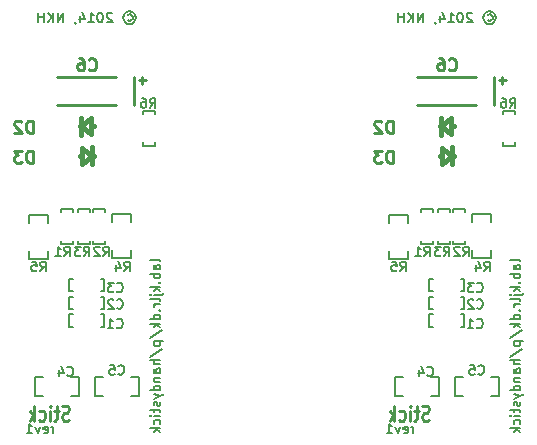
<source format=gbo>
%FSLAX46Y46*%
G04 Gerber Fmt 4.6, Leading zero omitted, Abs format (unit mm)*
G04 Created by KiCad (PCBNEW (2014-08-08 BZR 5060)-product) date tir 19 aug 2014 17:24:29 CEST*
%MOMM*%
G01*
G04 APERTURE LIST*
%ADD10C,0.150000*%
%ADD11C,0.254000*%
%ADD12C,0.203200*%
%ADD13C,0.381000*%
G04 APERTURE END LIST*
D10*
D11*
X63899142Y-67443048D02*
X63753999Y-67503524D01*
X63512095Y-67503524D01*
X63415333Y-67443048D01*
X63366952Y-67382571D01*
X63318571Y-67261619D01*
X63318571Y-67140667D01*
X63366952Y-67019714D01*
X63415333Y-66959238D01*
X63512095Y-66898762D01*
X63705618Y-66838286D01*
X63802380Y-66777810D01*
X63850761Y-66717333D01*
X63899142Y-66596381D01*
X63899142Y-66475429D01*
X63850761Y-66354476D01*
X63802380Y-66294000D01*
X63705618Y-66233524D01*
X63463714Y-66233524D01*
X63318571Y-66294000D01*
X63028285Y-66656857D02*
X62641237Y-66656857D01*
X62883142Y-66233524D02*
X62883142Y-67322095D01*
X62834761Y-67443048D01*
X62737999Y-67503524D01*
X62641237Y-67503524D01*
X62302571Y-67503524D02*
X62302571Y-66656857D01*
X62302571Y-66233524D02*
X62350952Y-66294000D01*
X62302571Y-66354476D01*
X62254190Y-66294000D01*
X62302571Y-66233524D01*
X62302571Y-66354476D01*
X61383333Y-67443048D02*
X61480095Y-67503524D01*
X61673618Y-67503524D01*
X61770380Y-67443048D01*
X61818761Y-67382571D01*
X61867142Y-67261619D01*
X61867142Y-66898762D01*
X61818761Y-66777810D01*
X61770380Y-66717333D01*
X61673618Y-66656857D01*
X61480095Y-66656857D01*
X61383333Y-66717333D01*
X60947904Y-67503524D02*
X60947904Y-66233524D01*
X60851142Y-67019714D02*
X60560857Y-67503524D01*
X60560857Y-66656857D02*
X60947904Y-67140667D01*
D12*
X62571085Y-68566695D02*
X62571085Y-68024829D01*
X62571085Y-68179648D02*
X62532380Y-68102238D01*
X62493676Y-68063533D01*
X62416266Y-68024829D01*
X62338857Y-68024829D01*
X61758285Y-68527990D02*
X61835695Y-68566695D01*
X61990514Y-68566695D01*
X62067923Y-68527990D01*
X62106628Y-68450581D01*
X62106628Y-68140943D01*
X62067923Y-68063533D01*
X61990514Y-68024829D01*
X61835695Y-68024829D01*
X61758285Y-68063533D01*
X61719580Y-68140943D01*
X61719580Y-68218352D01*
X62106628Y-68295762D01*
X61448647Y-68024829D02*
X61255123Y-68566695D01*
X61061599Y-68024829D01*
X60326209Y-68566695D02*
X60790666Y-68566695D01*
X60558437Y-68566695D02*
X60558437Y-67753895D01*
X60635847Y-67870010D01*
X60713256Y-67947419D01*
X60790666Y-67986124D01*
X71614695Y-54030638D02*
X71575990Y-53953229D01*
X71498581Y-53914524D01*
X70801895Y-53914524D01*
X71614695Y-54688619D02*
X71188943Y-54688619D01*
X71111533Y-54649914D01*
X71072829Y-54572504D01*
X71072829Y-54417685D01*
X71111533Y-54340276D01*
X71575990Y-54688619D02*
X71614695Y-54611209D01*
X71614695Y-54417685D01*
X71575990Y-54340276D01*
X71498581Y-54301571D01*
X71421171Y-54301571D01*
X71343762Y-54340276D01*
X71305057Y-54417685D01*
X71305057Y-54611209D01*
X71266352Y-54688619D01*
X71614695Y-55075666D02*
X70801895Y-55075666D01*
X71111533Y-55075666D02*
X71072829Y-55153075D01*
X71072829Y-55307894D01*
X71111533Y-55385304D01*
X71150238Y-55424009D01*
X71227648Y-55462713D01*
X71459876Y-55462713D01*
X71537286Y-55424009D01*
X71575990Y-55385304D01*
X71614695Y-55307894D01*
X71614695Y-55153075D01*
X71575990Y-55075666D01*
X71537286Y-55811056D02*
X71575990Y-55849761D01*
X71614695Y-55811056D01*
X71575990Y-55772351D01*
X71537286Y-55811056D01*
X71614695Y-55811056D01*
X71614695Y-56198104D02*
X70801895Y-56198104D01*
X71305057Y-56275513D02*
X71614695Y-56507742D01*
X71072829Y-56507742D02*
X71382467Y-56198104D01*
X71072829Y-56856085D02*
X71769514Y-56856085D01*
X71846924Y-56817380D01*
X71885629Y-56739971D01*
X71885629Y-56701266D01*
X70801895Y-56856085D02*
X70840600Y-56817380D01*
X70879305Y-56856085D01*
X70840600Y-56894790D01*
X70801895Y-56856085D01*
X70879305Y-56856085D01*
X71614695Y-57359247D02*
X71575990Y-57281838D01*
X71498581Y-57243133D01*
X70801895Y-57243133D01*
X71614695Y-57668885D02*
X71072829Y-57668885D01*
X71227648Y-57668885D02*
X71150238Y-57707590D01*
X71111533Y-57746294D01*
X71072829Y-57823704D01*
X71072829Y-57901113D01*
X71537286Y-58172047D02*
X71575990Y-58210752D01*
X71614695Y-58172047D01*
X71575990Y-58133342D01*
X71537286Y-58172047D01*
X71614695Y-58172047D01*
X71614695Y-58907438D02*
X70801895Y-58907438D01*
X71575990Y-58907438D02*
X71614695Y-58830028D01*
X71614695Y-58675209D01*
X71575990Y-58597800D01*
X71537286Y-58559095D01*
X71459876Y-58520390D01*
X71227648Y-58520390D01*
X71150238Y-58559095D01*
X71111533Y-58597800D01*
X71072829Y-58675209D01*
X71072829Y-58830028D01*
X71111533Y-58907438D01*
X71614695Y-59294485D02*
X70801895Y-59294485D01*
X71305057Y-59371894D02*
X71614695Y-59604123D01*
X71072829Y-59604123D02*
X71382467Y-59294485D01*
X70763190Y-60533037D02*
X71808219Y-59836352D01*
X71072829Y-60803971D02*
X71885629Y-60803971D01*
X71111533Y-60803971D02*
X71072829Y-60881380D01*
X71072829Y-61036199D01*
X71111533Y-61113609D01*
X71150238Y-61152314D01*
X71227648Y-61191018D01*
X71459876Y-61191018D01*
X71537286Y-61152314D01*
X71575990Y-61113609D01*
X71614695Y-61036199D01*
X71614695Y-60881380D01*
X71575990Y-60803971D01*
X70763190Y-62119932D02*
X71808219Y-61423247D01*
X71614695Y-62390866D02*
X70801895Y-62390866D01*
X71614695Y-62739209D02*
X71188943Y-62739209D01*
X71111533Y-62700504D01*
X71072829Y-62623094D01*
X71072829Y-62506980D01*
X71111533Y-62429571D01*
X71150238Y-62390866D01*
X71614695Y-63474599D02*
X71188943Y-63474599D01*
X71111533Y-63435894D01*
X71072829Y-63358484D01*
X71072829Y-63203665D01*
X71111533Y-63126256D01*
X71575990Y-63474599D02*
X71614695Y-63397189D01*
X71614695Y-63203665D01*
X71575990Y-63126256D01*
X71498581Y-63087551D01*
X71421171Y-63087551D01*
X71343762Y-63126256D01*
X71305057Y-63203665D01*
X71305057Y-63397189D01*
X71266352Y-63474599D01*
X71072829Y-63861646D02*
X71614695Y-63861646D01*
X71150238Y-63861646D02*
X71111533Y-63900351D01*
X71072829Y-63977760D01*
X71072829Y-64093874D01*
X71111533Y-64171284D01*
X71188943Y-64209989D01*
X71614695Y-64209989D01*
X71614695Y-64945379D02*
X70801895Y-64945379D01*
X71575990Y-64945379D02*
X71614695Y-64867969D01*
X71614695Y-64713150D01*
X71575990Y-64635741D01*
X71537286Y-64597036D01*
X71459876Y-64558331D01*
X71227648Y-64558331D01*
X71150238Y-64597036D01*
X71111533Y-64635741D01*
X71072829Y-64713150D01*
X71072829Y-64867969D01*
X71111533Y-64945379D01*
X71072829Y-65255016D02*
X71614695Y-65448540D01*
X71072829Y-65642064D02*
X71614695Y-65448540D01*
X71808219Y-65371131D01*
X71846924Y-65332426D01*
X71885629Y-65255016D01*
X71575990Y-65912997D02*
X71614695Y-65990407D01*
X71614695Y-66145226D01*
X71575990Y-66222635D01*
X71498581Y-66261340D01*
X71459876Y-66261340D01*
X71382467Y-66222635D01*
X71343762Y-66145226D01*
X71343762Y-66029111D01*
X71305057Y-65951702D01*
X71227648Y-65912997D01*
X71188943Y-65912997D01*
X71111533Y-65951702D01*
X71072829Y-66029111D01*
X71072829Y-66145226D01*
X71111533Y-66222635D01*
X71072829Y-66493569D02*
X71072829Y-66803207D01*
X70801895Y-66609683D02*
X71498581Y-66609683D01*
X71575990Y-66648388D01*
X71614695Y-66725797D01*
X71614695Y-66803207D01*
X71614695Y-67074140D02*
X71072829Y-67074140D01*
X70801895Y-67074140D02*
X70840600Y-67035435D01*
X70879305Y-67074140D01*
X70840600Y-67112845D01*
X70801895Y-67074140D01*
X70879305Y-67074140D01*
X71575990Y-67809531D02*
X71614695Y-67732121D01*
X71614695Y-67577302D01*
X71575990Y-67499893D01*
X71537286Y-67461188D01*
X71459876Y-67422483D01*
X71227648Y-67422483D01*
X71150238Y-67461188D01*
X71111533Y-67499893D01*
X71072829Y-67577302D01*
X71072829Y-67732121D01*
X71111533Y-67809531D01*
X71614695Y-68157874D02*
X70801895Y-68157874D01*
X71305057Y-68235283D02*
X71614695Y-68467512D01*
X71072829Y-68467512D02*
X71382467Y-68157874D01*
X68869075Y-33149419D02*
X68946485Y-33110714D01*
X69101304Y-33110714D01*
X69178713Y-33149419D01*
X69256123Y-33226829D01*
X69294828Y-33304238D01*
X69294828Y-33459057D01*
X69256123Y-33536467D01*
X69178713Y-33613876D01*
X69101304Y-33652581D01*
X68946485Y-33652581D01*
X68869075Y-33613876D01*
X69023894Y-32839781D02*
X69217418Y-32878486D01*
X69410942Y-32994600D01*
X69527056Y-33188124D01*
X69565761Y-33381648D01*
X69527056Y-33575171D01*
X69410942Y-33768695D01*
X69217418Y-33884810D01*
X69023894Y-33923514D01*
X68830370Y-33884810D01*
X68636847Y-33768695D01*
X68520732Y-33575171D01*
X68482028Y-33381648D01*
X68520732Y-33188124D01*
X68636847Y-32994600D01*
X68830370Y-32878486D01*
X69023894Y-32839781D01*
X67553114Y-33033305D02*
X67514409Y-32994600D01*
X67437000Y-32955895D01*
X67243476Y-32955895D01*
X67166066Y-32994600D01*
X67127362Y-33033305D01*
X67088657Y-33110714D01*
X67088657Y-33188124D01*
X67127362Y-33304238D01*
X67591819Y-33768695D01*
X67088657Y-33768695D01*
X66585495Y-32955895D02*
X66508086Y-32955895D01*
X66430676Y-32994600D01*
X66391971Y-33033305D01*
X66353267Y-33110714D01*
X66314562Y-33265533D01*
X66314562Y-33459057D01*
X66353267Y-33613876D01*
X66391971Y-33691286D01*
X66430676Y-33729990D01*
X66508086Y-33768695D01*
X66585495Y-33768695D01*
X66662905Y-33729990D01*
X66701609Y-33691286D01*
X66740314Y-33613876D01*
X66779019Y-33459057D01*
X66779019Y-33265533D01*
X66740314Y-33110714D01*
X66701609Y-33033305D01*
X66662905Y-32994600D01*
X66585495Y-32955895D01*
X65540467Y-33768695D02*
X66004924Y-33768695D01*
X65772695Y-33768695D02*
X65772695Y-32955895D01*
X65850105Y-33072010D01*
X65927514Y-33149419D01*
X66004924Y-33188124D01*
X64843781Y-33226829D02*
X64843781Y-33768695D01*
X65037305Y-32917190D02*
X65230829Y-33497762D01*
X64727667Y-33497762D01*
X64379324Y-33729990D02*
X64379324Y-33768695D01*
X64418029Y-33846105D01*
X64456734Y-33884810D01*
X63411705Y-33768695D02*
X63411705Y-32955895D01*
X62947248Y-33768695D01*
X62947248Y-32955895D01*
X62560200Y-33768695D02*
X62560200Y-32955895D01*
X62095743Y-33768695D02*
X62444086Y-33304238D01*
X62095743Y-32955895D02*
X62560200Y-33420352D01*
X61747400Y-33768695D02*
X61747400Y-32955895D01*
X61747400Y-33342943D02*
X61282943Y-33342943D01*
X61282943Y-33768695D02*
X61282943Y-32955895D01*
X38389075Y-33149419D02*
X38466485Y-33110714D01*
X38621304Y-33110714D01*
X38698713Y-33149419D01*
X38776123Y-33226829D01*
X38814828Y-33304238D01*
X38814828Y-33459057D01*
X38776123Y-33536467D01*
X38698713Y-33613876D01*
X38621304Y-33652581D01*
X38466485Y-33652581D01*
X38389075Y-33613876D01*
X38543894Y-32839781D02*
X38737418Y-32878486D01*
X38930942Y-32994600D01*
X39047056Y-33188124D01*
X39085761Y-33381648D01*
X39047056Y-33575171D01*
X38930942Y-33768695D01*
X38737418Y-33884810D01*
X38543894Y-33923514D01*
X38350370Y-33884810D01*
X38156847Y-33768695D01*
X38040732Y-33575171D01*
X38002028Y-33381648D01*
X38040732Y-33188124D01*
X38156847Y-32994600D01*
X38350370Y-32878486D01*
X38543894Y-32839781D01*
X37073114Y-33033305D02*
X37034409Y-32994600D01*
X36957000Y-32955895D01*
X36763476Y-32955895D01*
X36686066Y-32994600D01*
X36647362Y-33033305D01*
X36608657Y-33110714D01*
X36608657Y-33188124D01*
X36647362Y-33304238D01*
X37111819Y-33768695D01*
X36608657Y-33768695D01*
X36105495Y-32955895D02*
X36028086Y-32955895D01*
X35950676Y-32994600D01*
X35911971Y-33033305D01*
X35873267Y-33110714D01*
X35834562Y-33265533D01*
X35834562Y-33459057D01*
X35873267Y-33613876D01*
X35911971Y-33691286D01*
X35950676Y-33729990D01*
X36028086Y-33768695D01*
X36105495Y-33768695D01*
X36182905Y-33729990D01*
X36221609Y-33691286D01*
X36260314Y-33613876D01*
X36299019Y-33459057D01*
X36299019Y-33265533D01*
X36260314Y-33110714D01*
X36221609Y-33033305D01*
X36182905Y-32994600D01*
X36105495Y-32955895D01*
X35060467Y-33768695D02*
X35524924Y-33768695D01*
X35292695Y-33768695D02*
X35292695Y-32955895D01*
X35370105Y-33072010D01*
X35447514Y-33149419D01*
X35524924Y-33188124D01*
X34363781Y-33226829D02*
X34363781Y-33768695D01*
X34557305Y-32917190D02*
X34750829Y-33497762D01*
X34247667Y-33497762D01*
X33899324Y-33729990D02*
X33899324Y-33768695D01*
X33938029Y-33846105D01*
X33976734Y-33884810D01*
X32931705Y-33768695D02*
X32931705Y-32955895D01*
X32467248Y-33768695D01*
X32467248Y-32955895D01*
X32080200Y-33768695D02*
X32080200Y-32955895D01*
X31615743Y-33768695D02*
X31964086Y-33304238D01*
X31615743Y-32955895D02*
X32080200Y-33420352D01*
X31267400Y-33768695D02*
X31267400Y-32955895D01*
X31267400Y-33342943D02*
X30802943Y-33342943D01*
X30802943Y-33768695D02*
X30802943Y-32955895D01*
X41134695Y-54030638D02*
X41095990Y-53953229D01*
X41018581Y-53914524D01*
X40321895Y-53914524D01*
X41134695Y-54688619D02*
X40708943Y-54688619D01*
X40631533Y-54649914D01*
X40592829Y-54572504D01*
X40592829Y-54417685D01*
X40631533Y-54340276D01*
X41095990Y-54688619D02*
X41134695Y-54611209D01*
X41134695Y-54417685D01*
X41095990Y-54340276D01*
X41018581Y-54301571D01*
X40941171Y-54301571D01*
X40863762Y-54340276D01*
X40825057Y-54417685D01*
X40825057Y-54611209D01*
X40786352Y-54688619D01*
X41134695Y-55075666D02*
X40321895Y-55075666D01*
X40631533Y-55075666D02*
X40592829Y-55153075D01*
X40592829Y-55307894D01*
X40631533Y-55385304D01*
X40670238Y-55424009D01*
X40747648Y-55462713D01*
X40979876Y-55462713D01*
X41057286Y-55424009D01*
X41095990Y-55385304D01*
X41134695Y-55307894D01*
X41134695Y-55153075D01*
X41095990Y-55075666D01*
X41057286Y-55811056D02*
X41095990Y-55849761D01*
X41134695Y-55811056D01*
X41095990Y-55772351D01*
X41057286Y-55811056D01*
X41134695Y-55811056D01*
X41134695Y-56198104D02*
X40321895Y-56198104D01*
X40825057Y-56275513D02*
X41134695Y-56507742D01*
X40592829Y-56507742D02*
X40902467Y-56198104D01*
X40592829Y-56856085D02*
X41289514Y-56856085D01*
X41366924Y-56817380D01*
X41405629Y-56739971D01*
X41405629Y-56701266D01*
X40321895Y-56856085D02*
X40360600Y-56817380D01*
X40399305Y-56856085D01*
X40360600Y-56894790D01*
X40321895Y-56856085D01*
X40399305Y-56856085D01*
X41134695Y-57359247D02*
X41095990Y-57281838D01*
X41018581Y-57243133D01*
X40321895Y-57243133D01*
X41134695Y-57668885D02*
X40592829Y-57668885D01*
X40747648Y-57668885D02*
X40670238Y-57707590D01*
X40631533Y-57746294D01*
X40592829Y-57823704D01*
X40592829Y-57901113D01*
X41057286Y-58172047D02*
X41095990Y-58210752D01*
X41134695Y-58172047D01*
X41095990Y-58133342D01*
X41057286Y-58172047D01*
X41134695Y-58172047D01*
X41134695Y-58907438D02*
X40321895Y-58907438D01*
X41095990Y-58907438D02*
X41134695Y-58830028D01*
X41134695Y-58675209D01*
X41095990Y-58597800D01*
X41057286Y-58559095D01*
X40979876Y-58520390D01*
X40747648Y-58520390D01*
X40670238Y-58559095D01*
X40631533Y-58597800D01*
X40592829Y-58675209D01*
X40592829Y-58830028D01*
X40631533Y-58907438D01*
X41134695Y-59294485D02*
X40321895Y-59294485D01*
X40825057Y-59371894D02*
X41134695Y-59604123D01*
X40592829Y-59604123D02*
X40902467Y-59294485D01*
X40283190Y-60533037D02*
X41328219Y-59836352D01*
X40592829Y-60803971D02*
X41405629Y-60803971D01*
X40631533Y-60803971D02*
X40592829Y-60881380D01*
X40592829Y-61036199D01*
X40631533Y-61113609D01*
X40670238Y-61152314D01*
X40747648Y-61191018D01*
X40979876Y-61191018D01*
X41057286Y-61152314D01*
X41095990Y-61113609D01*
X41134695Y-61036199D01*
X41134695Y-60881380D01*
X41095990Y-60803971D01*
X40283190Y-62119932D02*
X41328219Y-61423247D01*
X41134695Y-62390866D02*
X40321895Y-62390866D01*
X41134695Y-62739209D02*
X40708943Y-62739209D01*
X40631533Y-62700504D01*
X40592829Y-62623094D01*
X40592829Y-62506980D01*
X40631533Y-62429571D01*
X40670238Y-62390866D01*
X41134695Y-63474599D02*
X40708943Y-63474599D01*
X40631533Y-63435894D01*
X40592829Y-63358484D01*
X40592829Y-63203665D01*
X40631533Y-63126256D01*
X41095990Y-63474599D02*
X41134695Y-63397189D01*
X41134695Y-63203665D01*
X41095990Y-63126256D01*
X41018581Y-63087551D01*
X40941171Y-63087551D01*
X40863762Y-63126256D01*
X40825057Y-63203665D01*
X40825057Y-63397189D01*
X40786352Y-63474599D01*
X40592829Y-63861646D02*
X41134695Y-63861646D01*
X40670238Y-63861646D02*
X40631533Y-63900351D01*
X40592829Y-63977760D01*
X40592829Y-64093874D01*
X40631533Y-64171284D01*
X40708943Y-64209989D01*
X41134695Y-64209989D01*
X41134695Y-64945379D02*
X40321895Y-64945379D01*
X41095990Y-64945379D02*
X41134695Y-64867969D01*
X41134695Y-64713150D01*
X41095990Y-64635741D01*
X41057286Y-64597036D01*
X40979876Y-64558331D01*
X40747648Y-64558331D01*
X40670238Y-64597036D01*
X40631533Y-64635741D01*
X40592829Y-64713150D01*
X40592829Y-64867969D01*
X40631533Y-64945379D01*
X40592829Y-65255016D02*
X41134695Y-65448540D01*
X40592829Y-65642064D02*
X41134695Y-65448540D01*
X41328219Y-65371131D01*
X41366924Y-65332426D01*
X41405629Y-65255016D01*
X41095990Y-65912997D02*
X41134695Y-65990407D01*
X41134695Y-66145226D01*
X41095990Y-66222635D01*
X41018581Y-66261340D01*
X40979876Y-66261340D01*
X40902467Y-66222635D01*
X40863762Y-66145226D01*
X40863762Y-66029111D01*
X40825057Y-65951702D01*
X40747648Y-65912997D01*
X40708943Y-65912997D01*
X40631533Y-65951702D01*
X40592829Y-66029111D01*
X40592829Y-66145226D01*
X40631533Y-66222635D01*
X40592829Y-66493569D02*
X40592829Y-66803207D01*
X40321895Y-66609683D02*
X41018581Y-66609683D01*
X41095990Y-66648388D01*
X41134695Y-66725797D01*
X41134695Y-66803207D01*
X41134695Y-67074140D02*
X40592829Y-67074140D01*
X40321895Y-67074140D02*
X40360600Y-67035435D01*
X40399305Y-67074140D01*
X40360600Y-67112845D01*
X40321895Y-67074140D01*
X40399305Y-67074140D01*
X41095990Y-67809531D02*
X41134695Y-67732121D01*
X41134695Y-67577302D01*
X41095990Y-67499893D01*
X41057286Y-67461188D01*
X40979876Y-67422483D01*
X40747648Y-67422483D01*
X40670238Y-67461188D01*
X40631533Y-67499893D01*
X40592829Y-67577302D01*
X40592829Y-67732121D01*
X40631533Y-67809531D01*
X41134695Y-68157874D02*
X40321895Y-68157874D01*
X40825057Y-68235283D02*
X41134695Y-68467512D01*
X40592829Y-68467512D02*
X40902467Y-68157874D01*
X32091085Y-68566695D02*
X32091085Y-68024829D01*
X32091085Y-68179648D02*
X32052380Y-68102238D01*
X32013676Y-68063533D01*
X31936266Y-68024829D01*
X31858857Y-68024829D01*
X31278285Y-68527990D02*
X31355695Y-68566695D01*
X31510514Y-68566695D01*
X31587923Y-68527990D01*
X31626628Y-68450581D01*
X31626628Y-68140943D01*
X31587923Y-68063533D01*
X31510514Y-68024829D01*
X31355695Y-68024829D01*
X31278285Y-68063533D01*
X31239580Y-68140943D01*
X31239580Y-68218352D01*
X31626628Y-68295762D01*
X30968647Y-68024829D02*
X30775123Y-68566695D01*
X30581599Y-68024829D01*
X29846209Y-68566695D02*
X30310666Y-68566695D01*
X30078437Y-68566695D02*
X30078437Y-67753895D01*
X30155847Y-67870010D01*
X30233256Y-67947419D01*
X30310666Y-67986124D01*
D11*
X33419142Y-67443048D02*
X33273999Y-67503524D01*
X33032095Y-67503524D01*
X32935333Y-67443048D01*
X32886952Y-67382571D01*
X32838571Y-67261619D01*
X32838571Y-67140667D01*
X32886952Y-67019714D01*
X32935333Y-66959238D01*
X33032095Y-66898762D01*
X33225618Y-66838286D01*
X33322380Y-66777810D01*
X33370761Y-66717333D01*
X33419142Y-66596381D01*
X33419142Y-66475429D01*
X33370761Y-66354476D01*
X33322380Y-66294000D01*
X33225618Y-66233524D01*
X32983714Y-66233524D01*
X32838571Y-66294000D01*
X32548285Y-66656857D02*
X32161237Y-66656857D01*
X32403142Y-66233524D02*
X32403142Y-67322095D01*
X32354761Y-67443048D01*
X32257999Y-67503524D01*
X32161237Y-67503524D01*
X31822571Y-67503524D02*
X31822571Y-66656857D01*
X31822571Y-66233524D02*
X31870952Y-66294000D01*
X31822571Y-66354476D01*
X31774190Y-66294000D01*
X31822571Y-66233524D01*
X31822571Y-66354476D01*
X30903333Y-67443048D02*
X31000095Y-67503524D01*
X31193618Y-67503524D01*
X31290380Y-67443048D01*
X31338761Y-67382571D01*
X31387142Y-67261619D01*
X31387142Y-66898762D01*
X31338761Y-66777810D01*
X31290380Y-66717333D01*
X31193618Y-66656857D01*
X31000095Y-66656857D01*
X30903333Y-66717333D01*
X30467904Y-67503524D02*
X30467904Y-66233524D01*
X30371142Y-67019714D02*
X30080857Y-67503524D01*
X30080857Y-66656857D02*
X30467904Y-67140667D01*
D12*
X69145000Y-63843000D02*
X69795000Y-63843000D01*
X69795000Y-63843000D02*
X69795000Y-65443000D01*
X69795000Y-65443000D02*
X69145000Y-65443000D01*
X66745000Y-65443000D02*
X66095000Y-65443000D01*
X66095000Y-65443000D02*
X66095000Y-63843000D01*
X66095000Y-63843000D02*
X66745000Y-63843000D01*
X61665000Y-65443000D02*
X61015000Y-65443000D01*
X61015000Y-65443000D02*
X61015000Y-63843000D01*
X61015000Y-63843000D02*
X61665000Y-63843000D01*
X64065000Y-63843000D02*
X64715000Y-63843000D01*
X64715000Y-63843000D02*
X64715000Y-65443000D01*
X64715000Y-65443000D02*
X64065000Y-65443000D01*
X62141000Y-53143000D02*
X62141000Y-53793000D01*
X62141000Y-53793000D02*
X60541000Y-53793000D01*
X60541000Y-53793000D02*
X60541000Y-53143000D01*
X60541000Y-50743000D02*
X60541000Y-50093000D01*
X60541000Y-50093000D02*
X62141000Y-50093000D01*
X62141000Y-50093000D02*
X62141000Y-50743000D01*
X69176800Y-53066800D02*
X69176800Y-53716800D01*
X69176800Y-53716800D02*
X67576800Y-53716800D01*
X67576800Y-53716800D02*
X67576800Y-53066800D01*
X67576800Y-50666800D02*
X67576800Y-50016800D01*
X67576800Y-50016800D02*
X69176800Y-50016800D01*
X69176800Y-50016800D02*
X69176800Y-50666800D01*
D13*
X65854580Y-45085000D02*
X66004440Y-45085000D01*
X65006220Y-45085000D02*
X64805560Y-45085000D01*
X65854580Y-45085000D02*
X65854580Y-44335700D01*
X65854580Y-45085000D02*
X65854580Y-45786040D01*
X65854580Y-45085000D02*
X65006220Y-45786040D01*
X65006220Y-45786040D02*
X65006220Y-44383960D01*
X65006220Y-44383960D02*
X65854580Y-45085000D01*
X64960420Y-42541000D02*
X64810560Y-42541000D01*
X65808780Y-42541000D02*
X66009440Y-42541000D01*
X64960420Y-42541000D02*
X64960420Y-43290300D01*
X64960420Y-42541000D02*
X64960420Y-41839960D01*
X64960420Y-42541000D02*
X65808780Y-41839960D01*
X65808780Y-41839960D02*
X65808780Y-43242040D01*
X65808780Y-43242040D02*
X64960420Y-42541000D01*
D12*
X64205000Y-58051000D02*
X63935000Y-58051000D01*
X63935000Y-58051000D02*
X63935000Y-57011000D01*
X63935000Y-57011000D02*
X64205000Y-57011000D01*
X66605000Y-57011000D02*
X66875000Y-57011000D01*
X66875000Y-57011000D02*
X66875000Y-58051000D01*
X66875000Y-58051000D02*
X66605000Y-58051000D01*
X64205000Y-59549600D02*
X63935000Y-59549600D01*
X63935000Y-59549600D02*
X63935000Y-58509600D01*
X63935000Y-58509600D02*
X64205000Y-58509600D01*
X66605000Y-58509600D02*
X66875000Y-58509600D01*
X66875000Y-58509600D02*
X66875000Y-59549600D01*
X66875000Y-59549600D02*
X66605000Y-59549600D01*
X71182800Y-43948200D02*
X71182800Y-44218200D01*
X71182800Y-44218200D02*
X70142800Y-44218200D01*
X70142800Y-44218200D02*
X70142800Y-43948200D01*
X70142800Y-41548200D02*
X70142800Y-41278200D01*
X70142800Y-41278200D02*
X71182800Y-41278200D01*
X71182800Y-41278200D02*
X71182800Y-41548200D01*
X65671000Y-52254000D02*
X65671000Y-52524000D01*
X65671000Y-52524000D02*
X64631000Y-52524000D01*
X64631000Y-52524000D02*
X64631000Y-52254000D01*
X64631000Y-49854000D02*
X64631000Y-49584000D01*
X64631000Y-49584000D02*
X65671000Y-49584000D01*
X65671000Y-49584000D02*
X65671000Y-49854000D01*
X66966400Y-52254000D02*
X66966400Y-52524000D01*
X66966400Y-52524000D02*
X65926400Y-52524000D01*
X65926400Y-52524000D02*
X65926400Y-52254000D01*
X65926400Y-49854000D02*
X65926400Y-49584000D01*
X65926400Y-49584000D02*
X66966400Y-49584000D01*
X66966400Y-49584000D02*
X66966400Y-49854000D01*
X64274000Y-52254000D02*
X64274000Y-52524000D01*
X64274000Y-52524000D02*
X63234000Y-52524000D01*
X63234000Y-52524000D02*
X63234000Y-52254000D01*
X63234000Y-49854000D02*
X63234000Y-49584000D01*
X63234000Y-49584000D02*
X64274000Y-49584000D01*
X64274000Y-49584000D02*
X64274000Y-49854000D01*
X64205000Y-56527000D02*
X63935000Y-56527000D01*
X63935000Y-56527000D02*
X63935000Y-55487000D01*
X63935000Y-55487000D02*
X64205000Y-55487000D01*
X66605000Y-55487000D02*
X66875000Y-55487000D01*
X66875000Y-55487000D02*
X66875000Y-56527000D01*
X66875000Y-56527000D02*
X66605000Y-56527000D01*
D11*
X70110000Y-38391000D02*
X70110000Y-38991000D01*
X70410000Y-38691000D02*
X69810000Y-38691000D01*
X69410000Y-38391000D02*
X69410000Y-40791000D01*
X62910640Y-38391080D02*
X67909360Y-38391080D01*
X62913180Y-40790920D02*
X67911900Y-40790920D01*
X39630000Y-38391000D02*
X39630000Y-38991000D01*
X39930000Y-38691000D02*
X39330000Y-38691000D01*
X38930000Y-38391000D02*
X38930000Y-40791000D01*
X32430640Y-38391080D02*
X37429360Y-38391080D01*
X32433180Y-40790920D02*
X37431900Y-40790920D01*
D12*
X33725000Y-56527000D02*
X33455000Y-56527000D01*
X33455000Y-56527000D02*
X33455000Y-55487000D01*
X33455000Y-55487000D02*
X33725000Y-55487000D01*
X36125000Y-55487000D02*
X36395000Y-55487000D01*
X36395000Y-55487000D02*
X36395000Y-56527000D01*
X36395000Y-56527000D02*
X36125000Y-56527000D01*
X33794000Y-52254000D02*
X33794000Y-52524000D01*
X33794000Y-52524000D02*
X32754000Y-52524000D01*
X32754000Y-52524000D02*
X32754000Y-52254000D01*
X32754000Y-49854000D02*
X32754000Y-49584000D01*
X32754000Y-49584000D02*
X33794000Y-49584000D01*
X33794000Y-49584000D02*
X33794000Y-49854000D01*
X36486400Y-52254000D02*
X36486400Y-52524000D01*
X36486400Y-52524000D02*
X35446400Y-52524000D01*
X35446400Y-52524000D02*
X35446400Y-52254000D01*
X35446400Y-49854000D02*
X35446400Y-49584000D01*
X35446400Y-49584000D02*
X36486400Y-49584000D01*
X36486400Y-49584000D02*
X36486400Y-49854000D01*
X35191000Y-52254000D02*
X35191000Y-52524000D01*
X35191000Y-52524000D02*
X34151000Y-52524000D01*
X34151000Y-52524000D02*
X34151000Y-52254000D01*
X34151000Y-49854000D02*
X34151000Y-49584000D01*
X34151000Y-49584000D02*
X35191000Y-49584000D01*
X35191000Y-49584000D02*
X35191000Y-49854000D01*
X40702800Y-43948200D02*
X40702800Y-44218200D01*
X40702800Y-44218200D02*
X39662800Y-44218200D01*
X39662800Y-44218200D02*
X39662800Y-43948200D01*
X39662800Y-41548200D02*
X39662800Y-41278200D01*
X39662800Y-41278200D02*
X40702800Y-41278200D01*
X40702800Y-41278200D02*
X40702800Y-41548200D01*
X33725000Y-59549600D02*
X33455000Y-59549600D01*
X33455000Y-59549600D02*
X33455000Y-58509600D01*
X33455000Y-58509600D02*
X33725000Y-58509600D01*
X36125000Y-58509600D02*
X36395000Y-58509600D01*
X36395000Y-58509600D02*
X36395000Y-59549600D01*
X36395000Y-59549600D02*
X36125000Y-59549600D01*
X33725000Y-58051000D02*
X33455000Y-58051000D01*
X33455000Y-58051000D02*
X33455000Y-57011000D01*
X33455000Y-57011000D02*
X33725000Y-57011000D01*
X36125000Y-57011000D02*
X36395000Y-57011000D01*
X36395000Y-57011000D02*
X36395000Y-58051000D01*
X36395000Y-58051000D02*
X36125000Y-58051000D01*
D13*
X34480420Y-42541000D02*
X34330560Y-42541000D01*
X35328780Y-42541000D02*
X35529440Y-42541000D01*
X34480420Y-42541000D02*
X34480420Y-43290300D01*
X34480420Y-42541000D02*
X34480420Y-41839960D01*
X34480420Y-42541000D02*
X35328780Y-41839960D01*
X35328780Y-41839960D02*
X35328780Y-43242040D01*
X35328780Y-43242040D02*
X34480420Y-42541000D01*
X35374580Y-45085000D02*
X35524440Y-45085000D01*
X34526220Y-45085000D02*
X34325560Y-45085000D01*
X35374580Y-45085000D02*
X35374580Y-44335700D01*
X35374580Y-45085000D02*
X35374580Y-45786040D01*
X35374580Y-45085000D02*
X34526220Y-45786040D01*
X34526220Y-45786040D02*
X34526220Y-44383960D01*
X34526220Y-44383960D02*
X35374580Y-45085000D01*
D12*
X38696800Y-53066800D02*
X38696800Y-53716800D01*
X38696800Y-53716800D02*
X37096800Y-53716800D01*
X37096800Y-53716800D02*
X37096800Y-53066800D01*
X37096800Y-50666800D02*
X37096800Y-50016800D01*
X37096800Y-50016800D02*
X38696800Y-50016800D01*
X38696800Y-50016800D02*
X38696800Y-50666800D01*
X31661000Y-53143000D02*
X31661000Y-53793000D01*
X31661000Y-53793000D02*
X30061000Y-53793000D01*
X30061000Y-53793000D02*
X30061000Y-53143000D01*
X30061000Y-50743000D02*
X30061000Y-50093000D01*
X30061000Y-50093000D02*
X31661000Y-50093000D01*
X31661000Y-50093000D02*
X31661000Y-50743000D01*
X31185000Y-65443000D02*
X30535000Y-65443000D01*
X30535000Y-65443000D02*
X30535000Y-63843000D01*
X30535000Y-63843000D02*
X31185000Y-63843000D01*
X33585000Y-63843000D02*
X34235000Y-63843000D01*
X34235000Y-63843000D02*
X34235000Y-65443000D01*
X34235000Y-65443000D02*
X33585000Y-65443000D01*
X38665000Y-63843000D02*
X39315000Y-63843000D01*
X39315000Y-63843000D02*
X39315000Y-65443000D01*
X39315000Y-65443000D02*
X38665000Y-65443000D01*
X36265000Y-65443000D02*
X35615000Y-65443000D01*
X35615000Y-65443000D02*
X35615000Y-63843000D01*
X35615000Y-63843000D02*
X36265000Y-63843000D01*
X68080466Y-63536286D02*
X68119171Y-63574990D01*
X68235285Y-63613695D01*
X68312695Y-63613695D01*
X68428809Y-63574990D01*
X68506218Y-63497581D01*
X68544923Y-63420171D01*
X68583628Y-63265352D01*
X68583628Y-63149238D01*
X68544923Y-62994419D01*
X68506218Y-62917010D01*
X68428809Y-62839600D01*
X68312695Y-62800895D01*
X68235285Y-62800895D01*
X68119171Y-62839600D01*
X68080466Y-62878305D01*
X67345076Y-62800895D02*
X67732123Y-62800895D01*
X67770828Y-63187943D01*
X67732123Y-63149238D01*
X67654714Y-63110533D01*
X67461190Y-63110533D01*
X67383780Y-63149238D01*
X67345076Y-63187943D01*
X67306371Y-63265352D01*
X67306371Y-63458876D01*
X67345076Y-63536286D01*
X67383780Y-63574990D01*
X67461190Y-63613695D01*
X67654714Y-63613695D01*
X67732123Y-63574990D01*
X67770828Y-63536286D01*
X63762466Y-63663286D02*
X63801171Y-63701990D01*
X63917285Y-63740695D01*
X63994695Y-63740695D01*
X64110809Y-63701990D01*
X64188218Y-63624581D01*
X64226923Y-63547171D01*
X64265628Y-63392352D01*
X64265628Y-63276238D01*
X64226923Y-63121419D01*
X64188218Y-63044010D01*
X64110809Y-62966600D01*
X63994695Y-62927895D01*
X63917285Y-62927895D01*
X63801171Y-62966600D01*
X63762466Y-63005305D01*
X63065780Y-63198829D02*
X63065780Y-63740695D01*
X63259304Y-62889190D02*
X63452828Y-63469762D01*
X62949666Y-63469762D01*
X61476466Y-54850695D02*
X61747399Y-54463648D01*
X61940923Y-54850695D02*
X61940923Y-54037895D01*
X61631285Y-54037895D01*
X61553876Y-54076600D01*
X61515171Y-54115305D01*
X61476466Y-54192714D01*
X61476466Y-54308829D01*
X61515171Y-54386238D01*
X61553876Y-54424943D01*
X61631285Y-54463648D01*
X61940923Y-54463648D01*
X60741076Y-54037895D02*
X61128123Y-54037895D01*
X61166828Y-54424943D01*
X61128123Y-54386238D01*
X61050714Y-54347533D01*
X60857190Y-54347533D01*
X60779780Y-54386238D01*
X60741076Y-54424943D01*
X60702371Y-54502352D01*
X60702371Y-54695876D01*
X60741076Y-54773286D01*
X60779780Y-54811990D01*
X60857190Y-54850695D01*
X61050714Y-54850695D01*
X61128123Y-54811990D01*
X61166828Y-54773286D01*
X68588466Y-54850695D02*
X68859399Y-54463648D01*
X69052923Y-54850695D02*
X69052923Y-54037895D01*
X68743285Y-54037895D01*
X68665876Y-54076600D01*
X68627171Y-54115305D01*
X68588466Y-54192714D01*
X68588466Y-54308829D01*
X68627171Y-54386238D01*
X68665876Y-54424943D01*
X68743285Y-54463648D01*
X69052923Y-54463648D01*
X67891780Y-54308829D02*
X67891780Y-54850695D01*
X68085304Y-53999190D02*
X68278828Y-54579762D01*
X67775666Y-54579762D01*
D11*
X60820904Y-45671619D02*
X60820904Y-44655619D01*
X60578999Y-44655619D01*
X60433857Y-44704000D01*
X60337095Y-44800762D01*
X60288714Y-44897524D01*
X60240333Y-45091048D01*
X60240333Y-45236190D01*
X60288714Y-45429714D01*
X60337095Y-45526476D01*
X60433857Y-45623238D01*
X60578999Y-45671619D01*
X60820904Y-45671619D01*
X59901666Y-44655619D02*
X59272714Y-44655619D01*
X59611380Y-45042667D01*
X59466238Y-45042667D01*
X59369476Y-45091048D01*
X59321095Y-45139429D01*
X59272714Y-45236190D01*
X59272714Y-45478095D01*
X59321095Y-45574857D01*
X59369476Y-45623238D01*
X59466238Y-45671619D01*
X59756523Y-45671619D01*
X59853285Y-45623238D01*
X59901666Y-45574857D01*
X60820904Y-43131619D02*
X60820904Y-42115619D01*
X60578999Y-42115619D01*
X60433857Y-42164000D01*
X60337095Y-42260762D01*
X60288714Y-42357524D01*
X60240333Y-42551048D01*
X60240333Y-42696190D01*
X60288714Y-42889714D01*
X60337095Y-42986476D01*
X60433857Y-43083238D01*
X60578999Y-43131619D01*
X60820904Y-43131619D01*
X59853285Y-42212381D02*
X59804904Y-42164000D01*
X59708142Y-42115619D01*
X59466238Y-42115619D01*
X59369476Y-42164000D01*
X59321095Y-42212381D01*
X59272714Y-42309143D01*
X59272714Y-42405905D01*
X59321095Y-42551048D01*
X59901666Y-43131619D01*
X59272714Y-43131619D01*
D12*
X67953466Y-57948286D02*
X67992171Y-57986990D01*
X68108285Y-58025695D01*
X68185695Y-58025695D01*
X68301809Y-57986990D01*
X68379218Y-57909581D01*
X68417923Y-57832171D01*
X68456628Y-57677352D01*
X68456628Y-57561238D01*
X68417923Y-57406419D01*
X68379218Y-57329010D01*
X68301809Y-57251600D01*
X68185695Y-57212895D01*
X68108285Y-57212895D01*
X67992171Y-57251600D01*
X67953466Y-57290305D01*
X67643828Y-57290305D02*
X67605123Y-57251600D01*
X67527714Y-57212895D01*
X67334190Y-57212895D01*
X67256780Y-57251600D01*
X67218076Y-57290305D01*
X67179371Y-57367714D01*
X67179371Y-57445124D01*
X67218076Y-57561238D01*
X67682533Y-58025695D01*
X67179371Y-58025695D01*
X67953466Y-59599286D02*
X67992171Y-59637990D01*
X68108285Y-59676695D01*
X68185695Y-59676695D01*
X68301809Y-59637990D01*
X68379218Y-59560581D01*
X68417923Y-59483171D01*
X68456628Y-59328352D01*
X68456628Y-59212238D01*
X68417923Y-59057419D01*
X68379218Y-58980010D01*
X68301809Y-58902600D01*
X68185695Y-58863895D01*
X68108285Y-58863895D01*
X67992171Y-58902600D01*
X67953466Y-58941305D01*
X67179371Y-59676695D02*
X67643828Y-59676695D01*
X67411599Y-59676695D02*
X67411599Y-58863895D01*
X67489009Y-58980010D01*
X67566418Y-59057419D01*
X67643828Y-59096124D01*
X70747466Y-41007695D02*
X71018399Y-40620648D01*
X71211923Y-41007695D02*
X71211923Y-40194895D01*
X70902285Y-40194895D01*
X70824876Y-40233600D01*
X70786171Y-40272305D01*
X70747466Y-40349714D01*
X70747466Y-40465829D01*
X70786171Y-40543238D01*
X70824876Y-40581943D01*
X70902285Y-40620648D01*
X71211923Y-40620648D01*
X70050780Y-40194895D02*
X70205599Y-40194895D01*
X70283009Y-40233600D01*
X70321714Y-40272305D01*
X70399123Y-40388419D01*
X70437828Y-40543238D01*
X70437828Y-40852876D01*
X70399123Y-40930286D01*
X70360418Y-40968990D01*
X70283009Y-41007695D01*
X70128190Y-41007695D01*
X70050780Y-40968990D01*
X70012076Y-40930286D01*
X69973371Y-40852876D01*
X69973371Y-40659352D01*
X70012076Y-40581943D01*
X70050780Y-40543238D01*
X70128190Y-40504533D01*
X70283009Y-40504533D01*
X70360418Y-40543238D01*
X70399123Y-40581943D01*
X70437828Y-40659352D01*
X65159466Y-53580695D02*
X65430399Y-53193648D01*
X65623923Y-53580695D02*
X65623923Y-52767895D01*
X65314285Y-52767895D01*
X65236876Y-52806600D01*
X65198171Y-52845305D01*
X65159466Y-52922714D01*
X65159466Y-53038829D01*
X65198171Y-53116238D01*
X65236876Y-53154943D01*
X65314285Y-53193648D01*
X65623923Y-53193648D01*
X64888533Y-52767895D02*
X64385371Y-52767895D01*
X64656304Y-53077533D01*
X64540190Y-53077533D01*
X64462780Y-53116238D01*
X64424076Y-53154943D01*
X64385371Y-53232352D01*
X64385371Y-53425876D01*
X64424076Y-53503286D01*
X64462780Y-53541990D01*
X64540190Y-53580695D01*
X64772418Y-53580695D01*
X64849828Y-53541990D01*
X64888533Y-53503286D01*
X66810466Y-53580695D02*
X67081399Y-53193648D01*
X67274923Y-53580695D02*
X67274923Y-52767895D01*
X66965285Y-52767895D01*
X66887876Y-52806600D01*
X66849171Y-52845305D01*
X66810466Y-52922714D01*
X66810466Y-53038829D01*
X66849171Y-53116238D01*
X66887876Y-53154943D01*
X66965285Y-53193648D01*
X67274923Y-53193648D01*
X66500828Y-52845305D02*
X66462123Y-52806600D01*
X66384714Y-52767895D01*
X66191190Y-52767895D01*
X66113780Y-52806600D01*
X66075076Y-52845305D01*
X66036371Y-52922714D01*
X66036371Y-53000124D01*
X66075076Y-53116238D01*
X66539533Y-53580695D01*
X66036371Y-53580695D01*
X63508466Y-53580695D02*
X63779399Y-53193648D01*
X63972923Y-53580695D02*
X63972923Y-52767895D01*
X63663285Y-52767895D01*
X63585876Y-52806600D01*
X63547171Y-52845305D01*
X63508466Y-52922714D01*
X63508466Y-53038829D01*
X63547171Y-53116238D01*
X63585876Y-53154943D01*
X63663285Y-53193648D01*
X63972923Y-53193648D01*
X62734371Y-53580695D02*
X63198828Y-53580695D01*
X62966599Y-53580695D02*
X62966599Y-52767895D01*
X63044009Y-52884010D01*
X63121418Y-52961419D01*
X63198828Y-53000124D01*
X67953466Y-56551286D02*
X67992171Y-56589990D01*
X68108285Y-56628695D01*
X68185695Y-56628695D01*
X68301809Y-56589990D01*
X68379218Y-56512581D01*
X68417923Y-56435171D01*
X68456628Y-56280352D01*
X68456628Y-56164238D01*
X68417923Y-56009419D01*
X68379218Y-55932010D01*
X68301809Y-55854600D01*
X68185695Y-55815895D01*
X68108285Y-55815895D01*
X67992171Y-55854600D01*
X67953466Y-55893305D01*
X67682533Y-55815895D02*
X67179371Y-55815895D01*
X67450304Y-56125533D01*
X67334190Y-56125533D01*
X67256780Y-56164238D01*
X67218076Y-56202943D01*
X67179371Y-56280352D01*
X67179371Y-56473876D01*
X67218076Y-56551286D01*
X67256780Y-56589990D01*
X67334190Y-56628695D01*
X67566418Y-56628695D01*
X67643828Y-56589990D01*
X67682533Y-56551286D01*
D11*
X65579333Y-37753857D02*
X65627714Y-37802238D01*
X65772857Y-37850619D01*
X65869619Y-37850619D01*
X66014761Y-37802238D01*
X66111523Y-37705476D01*
X66159904Y-37608714D01*
X66208285Y-37415190D01*
X66208285Y-37270048D01*
X66159904Y-37076524D01*
X66111523Y-36979762D01*
X66014761Y-36883000D01*
X65869619Y-36834619D01*
X65772857Y-36834619D01*
X65627714Y-36883000D01*
X65579333Y-36931381D01*
X64708476Y-36834619D02*
X64901999Y-36834619D01*
X64998761Y-36883000D01*
X65047142Y-36931381D01*
X65143904Y-37076524D01*
X65192285Y-37270048D01*
X65192285Y-37657095D01*
X65143904Y-37753857D01*
X65095523Y-37802238D01*
X64998761Y-37850619D01*
X64805238Y-37850619D01*
X64708476Y-37802238D01*
X64660095Y-37753857D01*
X64611714Y-37657095D01*
X64611714Y-37415190D01*
X64660095Y-37318429D01*
X64708476Y-37270048D01*
X64805238Y-37221667D01*
X64998761Y-37221667D01*
X65095523Y-37270048D01*
X65143904Y-37318429D01*
X65192285Y-37415190D01*
X35099333Y-37753857D02*
X35147714Y-37802238D01*
X35292857Y-37850619D01*
X35389619Y-37850619D01*
X35534761Y-37802238D01*
X35631523Y-37705476D01*
X35679904Y-37608714D01*
X35728285Y-37415190D01*
X35728285Y-37270048D01*
X35679904Y-37076524D01*
X35631523Y-36979762D01*
X35534761Y-36883000D01*
X35389619Y-36834619D01*
X35292857Y-36834619D01*
X35147714Y-36883000D01*
X35099333Y-36931381D01*
X34228476Y-36834619D02*
X34421999Y-36834619D01*
X34518761Y-36883000D01*
X34567142Y-36931381D01*
X34663904Y-37076524D01*
X34712285Y-37270048D01*
X34712285Y-37657095D01*
X34663904Y-37753857D01*
X34615523Y-37802238D01*
X34518761Y-37850619D01*
X34325238Y-37850619D01*
X34228476Y-37802238D01*
X34180095Y-37753857D01*
X34131714Y-37657095D01*
X34131714Y-37415190D01*
X34180095Y-37318429D01*
X34228476Y-37270048D01*
X34325238Y-37221667D01*
X34518761Y-37221667D01*
X34615523Y-37270048D01*
X34663904Y-37318429D01*
X34712285Y-37415190D01*
D12*
X37473466Y-56551286D02*
X37512171Y-56589990D01*
X37628285Y-56628695D01*
X37705695Y-56628695D01*
X37821809Y-56589990D01*
X37899218Y-56512581D01*
X37937923Y-56435171D01*
X37976628Y-56280352D01*
X37976628Y-56164238D01*
X37937923Y-56009419D01*
X37899218Y-55932010D01*
X37821809Y-55854600D01*
X37705695Y-55815895D01*
X37628285Y-55815895D01*
X37512171Y-55854600D01*
X37473466Y-55893305D01*
X37202533Y-55815895D02*
X36699371Y-55815895D01*
X36970304Y-56125533D01*
X36854190Y-56125533D01*
X36776780Y-56164238D01*
X36738076Y-56202943D01*
X36699371Y-56280352D01*
X36699371Y-56473876D01*
X36738076Y-56551286D01*
X36776780Y-56589990D01*
X36854190Y-56628695D01*
X37086418Y-56628695D01*
X37163828Y-56589990D01*
X37202533Y-56551286D01*
X33028466Y-53580695D02*
X33299399Y-53193648D01*
X33492923Y-53580695D02*
X33492923Y-52767895D01*
X33183285Y-52767895D01*
X33105876Y-52806600D01*
X33067171Y-52845305D01*
X33028466Y-52922714D01*
X33028466Y-53038829D01*
X33067171Y-53116238D01*
X33105876Y-53154943D01*
X33183285Y-53193648D01*
X33492923Y-53193648D01*
X32254371Y-53580695D02*
X32718828Y-53580695D01*
X32486599Y-53580695D02*
X32486599Y-52767895D01*
X32564009Y-52884010D01*
X32641418Y-52961419D01*
X32718828Y-53000124D01*
X36330466Y-53580695D02*
X36601399Y-53193648D01*
X36794923Y-53580695D02*
X36794923Y-52767895D01*
X36485285Y-52767895D01*
X36407876Y-52806600D01*
X36369171Y-52845305D01*
X36330466Y-52922714D01*
X36330466Y-53038829D01*
X36369171Y-53116238D01*
X36407876Y-53154943D01*
X36485285Y-53193648D01*
X36794923Y-53193648D01*
X36020828Y-52845305D02*
X35982123Y-52806600D01*
X35904714Y-52767895D01*
X35711190Y-52767895D01*
X35633780Y-52806600D01*
X35595076Y-52845305D01*
X35556371Y-52922714D01*
X35556371Y-53000124D01*
X35595076Y-53116238D01*
X36059533Y-53580695D01*
X35556371Y-53580695D01*
X34679466Y-53580695D02*
X34950399Y-53193648D01*
X35143923Y-53580695D02*
X35143923Y-52767895D01*
X34834285Y-52767895D01*
X34756876Y-52806600D01*
X34718171Y-52845305D01*
X34679466Y-52922714D01*
X34679466Y-53038829D01*
X34718171Y-53116238D01*
X34756876Y-53154943D01*
X34834285Y-53193648D01*
X35143923Y-53193648D01*
X34408533Y-52767895D02*
X33905371Y-52767895D01*
X34176304Y-53077533D01*
X34060190Y-53077533D01*
X33982780Y-53116238D01*
X33944076Y-53154943D01*
X33905371Y-53232352D01*
X33905371Y-53425876D01*
X33944076Y-53503286D01*
X33982780Y-53541990D01*
X34060190Y-53580695D01*
X34292418Y-53580695D01*
X34369828Y-53541990D01*
X34408533Y-53503286D01*
X40267466Y-41007695D02*
X40538399Y-40620648D01*
X40731923Y-41007695D02*
X40731923Y-40194895D01*
X40422285Y-40194895D01*
X40344876Y-40233600D01*
X40306171Y-40272305D01*
X40267466Y-40349714D01*
X40267466Y-40465829D01*
X40306171Y-40543238D01*
X40344876Y-40581943D01*
X40422285Y-40620648D01*
X40731923Y-40620648D01*
X39570780Y-40194895D02*
X39725599Y-40194895D01*
X39803009Y-40233600D01*
X39841714Y-40272305D01*
X39919123Y-40388419D01*
X39957828Y-40543238D01*
X39957828Y-40852876D01*
X39919123Y-40930286D01*
X39880418Y-40968990D01*
X39803009Y-41007695D01*
X39648190Y-41007695D01*
X39570780Y-40968990D01*
X39532076Y-40930286D01*
X39493371Y-40852876D01*
X39493371Y-40659352D01*
X39532076Y-40581943D01*
X39570780Y-40543238D01*
X39648190Y-40504533D01*
X39803009Y-40504533D01*
X39880418Y-40543238D01*
X39919123Y-40581943D01*
X39957828Y-40659352D01*
X37473466Y-59599286D02*
X37512171Y-59637990D01*
X37628285Y-59676695D01*
X37705695Y-59676695D01*
X37821809Y-59637990D01*
X37899218Y-59560581D01*
X37937923Y-59483171D01*
X37976628Y-59328352D01*
X37976628Y-59212238D01*
X37937923Y-59057419D01*
X37899218Y-58980010D01*
X37821809Y-58902600D01*
X37705695Y-58863895D01*
X37628285Y-58863895D01*
X37512171Y-58902600D01*
X37473466Y-58941305D01*
X36699371Y-59676695D02*
X37163828Y-59676695D01*
X36931599Y-59676695D02*
X36931599Y-58863895D01*
X37009009Y-58980010D01*
X37086418Y-59057419D01*
X37163828Y-59096124D01*
X37473466Y-57948286D02*
X37512171Y-57986990D01*
X37628285Y-58025695D01*
X37705695Y-58025695D01*
X37821809Y-57986990D01*
X37899218Y-57909581D01*
X37937923Y-57832171D01*
X37976628Y-57677352D01*
X37976628Y-57561238D01*
X37937923Y-57406419D01*
X37899218Y-57329010D01*
X37821809Y-57251600D01*
X37705695Y-57212895D01*
X37628285Y-57212895D01*
X37512171Y-57251600D01*
X37473466Y-57290305D01*
X37163828Y-57290305D02*
X37125123Y-57251600D01*
X37047714Y-57212895D01*
X36854190Y-57212895D01*
X36776780Y-57251600D01*
X36738076Y-57290305D01*
X36699371Y-57367714D01*
X36699371Y-57445124D01*
X36738076Y-57561238D01*
X37202533Y-58025695D01*
X36699371Y-58025695D01*
D11*
X30340904Y-43131619D02*
X30340904Y-42115619D01*
X30098999Y-42115619D01*
X29953857Y-42164000D01*
X29857095Y-42260762D01*
X29808714Y-42357524D01*
X29760333Y-42551048D01*
X29760333Y-42696190D01*
X29808714Y-42889714D01*
X29857095Y-42986476D01*
X29953857Y-43083238D01*
X30098999Y-43131619D01*
X30340904Y-43131619D01*
X29373285Y-42212381D02*
X29324904Y-42164000D01*
X29228142Y-42115619D01*
X28986238Y-42115619D01*
X28889476Y-42164000D01*
X28841095Y-42212381D01*
X28792714Y-42309143D01*
X28792714Y-42405905D01*
X28841095Y-42551048D01*
X29421666Y-43131619D01*
X28792714Y-43131619D01*
X30340904Y-45671619D02*
X30340904Y-44655619D01*
X30098999Y-44655619D01*
X29953857Y-44704000D01*
X29857095Y-44800762D01*
X29808714Y-44897524D01*
X29760333Y-45091048D01*
X29760333Y-45236190D01*
X29808714Y-45429714D01*
X29857095Y-45526476D01*
X29953857Y-45623238D01*
X30098999Y-45671619D01*
X30340904Y-45671619D01*
X29421666Y-44655619D02*
X28792714Y-44655619D01*
X29131380Y-45042667D01*
X28986238Y-45042667D01*
X28889476Y-45091048D01*
X28841095Y-45139429D01*
X28792714Y-45236190D01*
X28792714Y-45478095D01*
X28841095Y-45574857D01*
X28889476Y-45623238D01*
X28986238Y-45671619D01*
X29276523Y-45671619D01*
X29373285Y-45623238D01*
X29421666Y-45574857D01*
D12*
X38108466Y-54850695D02*
X38379399Y-54463648D01*
X38572923Y-54850695D02*
X38572923Y-54037895D01*
X38263285Y-54037895D01*
X38185876Y-54076600D01*
X38147171Y-54115305D01*
X38108466Y-54192714D01*
X38108466Y-54308829D01*
X38147171Y-54386238D01*
X38185876Y-54424943D01*
X38263285Y-54463648D01*
X38572923Y-54463648D01*
X37411780Y-54308829D02*
X37411780Y-54850695D01*
X37605304Y-53999190D02*
X37798828Y-54579762D01*
X37295666Y-54579762D01*
X30996466Y-54850695D02*
X31267399Y-54463648D01*
X31460923Y-54850695D02*
X31460923Y-54037895D01*
X31151285Y-54037895D01*
X31073876Y-54076600D01*
X31035171Y-54115305D01*
X30996466Y-54192714D01*
X30996466Y-54308829D01*
X31035171Y-54386238D01*
X31073876Y-54424943D01*
X31151285Y-54463648D01*
X31460923Y-54463648D01*
X30261076Y-54037895D02*
X30648123Y-54037895D01*
X30686828Y-54424943D01*
X30648123Y-54386238D01*
X30570714Y-54347533D01*
X30377190Y-54347533D01*
X30299780Y-54386238D01*
X30261076Y-54424943D01*
X30222371Y-54502352D01*
X30222371Y-54695876D01*
X30261076Y-54773286D01*
X30299780Y-54811990D01*
X30377190Y-54850695D01*
X30570714Y-54850695D01*
X30648123Y-54811990D01*
X30686828Y-54773286D01*
X33282466Y-63663286D02*
X33321171Y-63701990D01*
X33437285Y-63740695D01*
X33514695Y-63740695D01*
X33630809Y-63701990D01*
X33708218Y-63624581D01*
X33746923Y-63547171D01*
X33785628Y-63392352D01*
X33785628Y-63276238D01*
X33746923Y-63121419D01*
X33708218Y-63044010D01*
X33630809Y-62966600D01*
X33514695Y-62927895D01*
X33437285Y-62927895D01*
X33321171Y-62966600D01*
X33282466Y-63005305D01*
X32585780Y-63198829D02*
X32585780Y-63740695D01*
X32779304Y-62889190D02*
X32972828Y-63469762D01*
X32469666Y-63469762D01*
X37600466Y-63536286D02*
X37639171Y-63574990D01*
X37755285Y-63613695D01*
X37832695Y-63613695D01*
X37948809Y-63574990D01*
X38026218Y-63497581D01*
X38064923Y-63420171D01*
X38103628Y-63265352D01*
X38103628Y-63149238D01*
X38064923Y-62994419D01*
X38026218Y-62917010D01*
X37948809Y-62839600D01*
X37832695Y-62800895D01*
X37755285Y-62800895D01*
X37639171Y-62839600D01*
X37600466Y-62878305D01*
X36865076Y-62800895D02*
X37252123Y-62800895D01*
X37290828Y-63187943D01*
X37252123Y-63149238D01*
X37174714Y-63110533D01*
X36981190Y-63110533D01*
X36903780Y-63149238D01*
X36865076Y-63187943D01*
X36826371Y-63265352D01*
X36826371Y-63458876D01*
X36865076Y-63536286D01*
X36903780Y-63574990D01*
X36981190Y-63613695D01*
X37174714Y-63613695D01*
X37252123Y-63574990D01*
X37290828Y-63536286D01*
M02*

</source>
